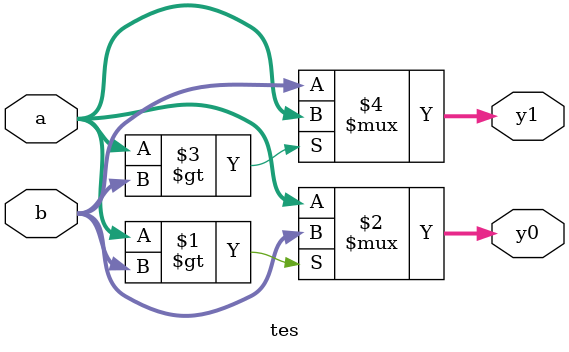
<source format=sv>
/*
	Author : Vishnu Prakash Bharadwaj
	Module : tes.sv
	Description : Compares 2 8-bit element and sorts them.
*/

module tes(
	input [7:0] a,
	input [7:0] b,
	output [7:0] y0,
	output [7:0] y1
);
	assign y0 = (a > b) ? b : a;
	assign y1 = (a > b) ? a : b;
endmodule


</source>
